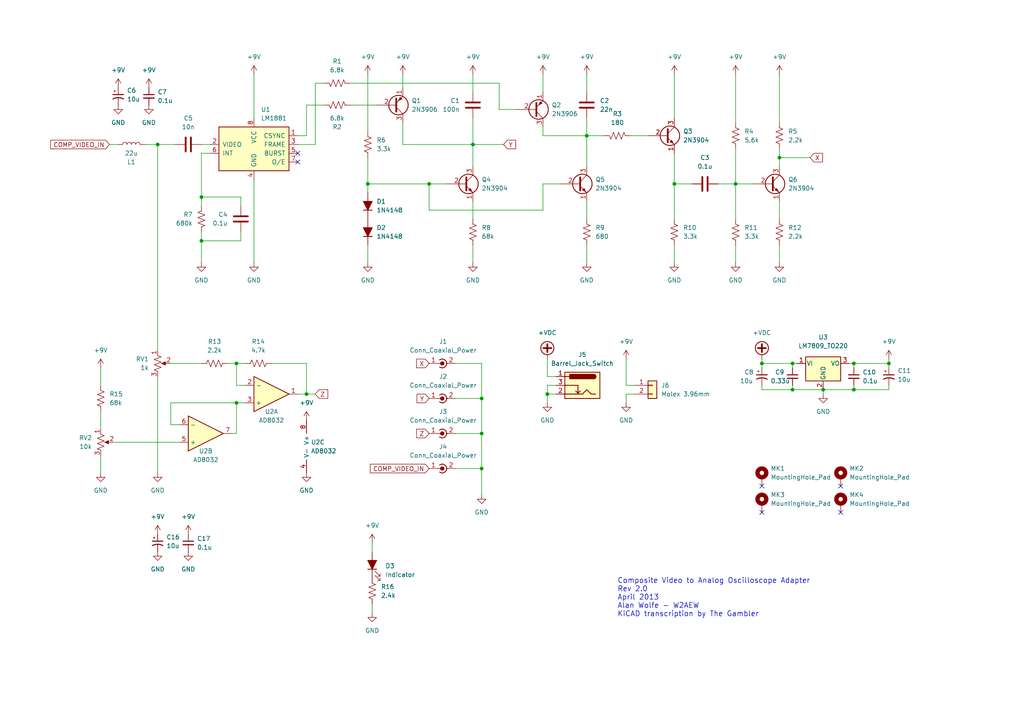
<source format=kicad_sch>
(kicad_sch (version 20211123) (generator eeschema)
  (paper "A4")
  (lib_symbols
    (symbol "Connector:Barrel_Jack_Switch" (pin_names hide)
      (property "Reference" "J" (at 0 5.334 0))
      (property "Value" "Barrel_Jack_Switch" (at 0 -5.08 0))
      (symbol "Barrel_Jack_Switch_0_1"
        (rectangle (start -5.08 3.81) (end 5.08 -3.81) (stroke (width 0.254)) (fill (type background)))
        (arc (start -3.302 3.175) (mid -3.937 2.54) (end -3.302 1.905) (stroke (width 0.254)))
        (arc (start -3.302 3.175) (mid -3.937 2.54) (end -3.302 1.905) (stroke (width 0.254)) (fill (type outline)))
        (polyline (pts (xy 1.27 -2.286) (xy 1.905 -1.651)) (stroke (width 0.254)))
        (polyline (pts (xy 5.08 2.54) (xy 3.81 2.54)) (stroke (width 0.254)))
        (polyline (pts (xy 5.08 0) (xy 1.27 0) (xy 1.27 -2.286) (xy 0.635 -1.651)) (stroke (width 0.254)))
        (polyline (pts (xy -3.81 -2.54) (xy -2.54 -2.54) (xy -1.27 -1.27) (xy 0 -2.54) (xy 2.54 -2.54) (xy 5.08 -2.54)) (stroke (width 0.254)))
        (rectangle (start 3.683 3.175) (end -3.302 1.905) (stroke (width 0.254)) (fill (type outline)))
      )
      (symbol "Barrel_Jack_Switch_1_1"
        (pin passive line (at 7.62 2.54 180) (length 2.54) (name "~") (number "1"))
        (pin passive line (at 7.62 -2.54 180) (length 2.54) (name "~") (number "2"))
        (pin passive line (at 7.62 0 180) (length 2.54) (name "~") (number "3"))
      )
    )
    (symbol "Connector:Conn_Coaxial_Power" (pin_names (offset 1.016) hide)
      (property "Reference" "J" (at -5.08 -1.27 90))
      (property "Value" "Conn_Coaxial_Power" (at -3.175 -1.27 90))
      (symbol "Conn_Coaxial_Power_0_1"
        (arc (start -1.27 -1.27) (mid 0 -2.54) (end 1.27 -1.27) (stroke (width 0.254)))
        (arc (start -1.016 -0.508) (mid -1.2048 -0.8684) (end -1.27 -1.27) (stroke (width 0.254)))
        (circle (center 0 -1.27) (radius 0.508) (stroke (width 0.2032)) (fill (type outline)))
        (polyline (pts (xy 0 -2.54) (xy 0 -3.048)))
        (polyline (pts (xy 0 0) (xy 0 -1.27)))
        (arc (start 1.27 -1.27) (mid 1.2048 -0.8684) (end 1.016 -0.508) (stroke (width 0.254)))
      )
      (symbol "Conn_Coaxial_Power_1_1"
        (pin passive line (at 0 2.54 270) (length 2.54) (name "In") (number "1"))
        (pin passive line (at 0 -5.08 90) (length 2.54) (name "Ext") (number "2"))
      )
    )
    (symbol "Connector_Generic:Conn_01x02" (pin_names (offset 1.016) hide)
      (property "Reference" "J" (at 0 2.54 0))
      (property "Value" "Conn_01x02" (at 0 -5.08 0))
      (symbol "Conn_01x02_1_1"
        (rectangle (start -1.27 -2.413) (end 0 -2.667) (stroke (width 0.1524)))
        (rectangle (start -1.27 0.127) (end 0 -0.127) (stroke (width 0.1524)))
        (rectangle (start -1.27 1.27) (end 1.27 -3.81) (stroke (width 0.254)) (fill (type background)))
        (pin passive line (at -5.08 0 0) (length 3.81) (name "Pin_1") (number "1"))
        (pin passive line (at -5.08 -2.54 0) (length 3.81) (name "Pin_2") (number "2"))
      )
    )
    (symbol "Device:C" (pin_numbers hide) (pin_names (offset 0.254))
      (property "Reference" "C" (at 0.635 2.54 0))
      (property "Value" "C" (at 0.635 -2.54 0))
      (symbol "C_0_1"
        (polyline (pts (xy -2.032 -0.762) (xy 2.032 -0.762)) (stroke (width 0.508)))
        (polyline (pts (xy -2.032 0.762) (xy 2.032 0.762)) (stroke (width 0.508)))
      )
      (symbol "C_1_1"
        (pin passive line (at 0 3.81 270) (length 2.794) (name "~") (number "1"))
        (pin passive line (at 0 -3.81 90) (length 2.794) (name "~") (number "2"))
      )
    )
    (symbol "Device:C_Polarized_Small_US" (pin_numbers hide) (pin_names (offset 0.254) hide)
      (property "Reference" "C" (at 0.254 1.778 0))
      (property "Value" "C_Polarized_Small_US" (at 0.254 -2.032 0))
      (symbol "C_Polarized_Small_US_0_1"
        (polyline (pts (xy -1.524 0.508) (xy 1.524 0.508)) (stroke (width 0.3048)))
        (polyline (pts (xy -1.27 1.524) (xy -0.762 1.524)))
        (polyline (pts (xy -1.016 1.27) (xy -1.016 1.778)))
        (arc (start 1.524 -0.762) (mid 0 -0.3734) (end -1.524 -0.762) (stroke (width 0.3048)))
      )
      (symbol "C_Polarized_Small_US_1_1"
        (pin passive line (at 0 2.54 270) (length 2.032) (name "~") (number "1"))
        (pin passive line (at 0 -2.54 90) (length 2.032) (name "~") (number "2"))
      )
    )
    (symbol "Device:C_Small" (pin_numbers hide) (pin_names (offset 0.254) hide)
      (property "Reference" "C" (at 0.254 1.778 0))
      (property "Value" "C_Small" (at 0.254 -2.032 0))
      (symbol "C_Small_0_1"
        (polyline (pts (xy -1.524 -0.508) (xy 1.524 -0.508)) (stroke (width 0.3302)))
        (polyline (pts (xy -1.524 0.508) (xy 1.524 0.508)) (stroke (width 0.3048)))
      )
      (symbol "C_Small_1_1"
        (pin passive line (at 0 2.54 270) (length 2.032) (name "~") (number "1"))
        (pin passive line (at 0 -2.54 90) (length 2.032) (name "~") (number "2"))
      )
    )
    (symbol "Device:D_Filled" (pin_numbers hide) (pin_names (offset 1.016) hide)
      (property "Reference" "D" (at 0 2.54 0))
      (property "Value" "D_Filled" (at 0 -2.54 0))
      (symbol "D_Filled_0_1"
        (polyline (pts (xy -1.27 1.27) (xy -1.27 -1.27)) (stroke (width 0.254)))
        (polyline (pts (xy 1.27 0) (xy -1.27 0)))
        (polyline (pts (xy 1.27 1.27) (xy 1.27 -1.27) (xy -1.27 0) (xy 1.27 1.27)) (stroke (width 0.254)) (fill (type outline)))
      )
      (symbol "D_Filled_1_1"
        (pin passive line (at -3.81 0 0) (length 2.54) (name "K") (number "1"))
        (pin passive line (at 3.81 0 180) (length 2.54) (name "A") (number "2"))
      )
    )
    (symbol "Device:L" (pin_numbers hide) (pin_names (offset 1.016) hide)
      (property "Reference" "L" (at -1.27 0 90))
      (property "Value" "L" (at 1.905 0 90))
      (symbol "L_0_1"
        (arc (start 0 -2.54) (mid 0.635 -1.905) (end 0 -1.27))
        (arc (start 0 -1.27) (mid 0.635 -0.635) (end 0 0))
        (arc (start 0 0) (mid 0.635 0.635) (end 0 1.27))
        (arc (start 0 1.27) (mid 0.635 1.905) (end 0 2.54))
      )
      (symbol "L_1_1"
        (pin passive line (at 0 3.81 270) (length 1.27) (name "1") (number "1"))
        (pin passive line (at 0 -3.81 90) (length 1.27) (name "2") (number "2"))
      )
    )
    (symbol "Device:LED_Filled" (pin_numbers hide) (pin_names (offset 1.016) hide)
      (property "Reference" "D" (at 0 2.54 0))
      (property "Value" "LED_Filled" (at 0 -2.54 0))
      (symbol "LED_Filled_0_1"
        (polyline (pts (xy -1.27 -1.27) (xy -1.27 1.27)) (stroke (width 0.254)))
        (polyline (pts (xy -1.27 0) (xy 1.27 0)))
        (polyline (pts (xy 1.27 -1.27) (xy 1.27 1.27) (xy -1.27 0) (xy 1.27 -1.27)) (stroke (width 0.254)) (fill (type outline)))
        (polyline (pts (xy -3.048 -0.762) (xy -4.572 -2.286) (xy -3.81 -2.286) (xy -4.572 -2.286) (xy -4.572 -1.524)))
        (polyline (pts (xy -1.778 -0.762) (xy -3.302 -2.286) (xy -2.54 -2.286) (xy -3.302 -2.286) (xy -3.302 -1.524)))
      )
      (symbol "LED_Filled_1_1"
        (pin passive line (at -3.81 0 0) (length 2.54) (name "K") (number "1"))
        (pin passive line (at 3.81 0 180) (length 2.54) (name "A") (number "2"))
      )
    )
    (symbol "Device:Opamp_Dual"
      (property "Reference" "U" (at 0 5.08 0))
      (property "Value" "Opamp_Dual" (at 0 -5.08 0))
      (symbol "Opamp_Dual_1_1"
        (polyline (pts (xy -5.08 5.08) (xy 5.08 0) (xy -5.08 -5.08) (xy -5.08 5.08)) (stroke (width 0.254)) (fill (type background)))
        (pin output line (at 7.62 0 180) (length 2.54) (name "~") (number "1"))
        (pin input line (at -7.62 -2.54 0) (length 2.54) (name "-") (number "2"))
        (pin input line (at -7.62 2.54 0) (length 2.54) (name "+") (number "3"))
      )
      (symbol "Opamp_Dual_2_1"
        (polyline (pts (xy -5.08 5.08) (xy 5.08 0) (xy -5.08 -5.08) (xy -5.08 5.08)) (stroke (width 0.254)) (fill (type background)))
        (pin input line (at -7.62 2.54 0) (length 2.54) (name "+") (number "5"))
        (pin input line (at -7.62 -2.54 0) (length 2.54) (name "-") (number "6"))
        (pin output line (at 7.62 0 180) (length 2.54) (name "~") (number "7"))
      )
      (symbol "Opamp_Dual_3_1"
        (pin power_in line (at -2.54 -7.62 90) (length 3.81) (name "V-") (number "4"))
        (pin power_in line (at -2.54 7.62 270) (length 3.81) (name "V+") (number "8"))
      )
    )
    (symbol "Device:R_Potentiometer_US" (pin_names (offset 1.016) hide)
      (property "Reference" "RV" (at -4.445 0 90))
      (property "Value" "R_Potentiometer_US" (at -2.54 0 90))
      (symbol "R_Potentiometer_US_0_1"
        (polyline (pts (xy 0 -2.286) (xy 0 -2.54)))
        (polyline (pts (xy 0 2.54) (xy 0 2.286)))
        (polyline (pts (xy 2.54 0) (xy 1.524 0)))
        (polyline (pts (xy 1.143 0) (xy 2.286 0.508) (xy 2.286 -0.508) (xy 1.143 0)) (fill (type outline)))
        (polyline (pts (xy 0 -0.762) (xy 1.016 -1.143) (xy 0 -1.524) (xy -1.016 -1.905) (xy 0 -2.286)))
        (polyline (pts (xy 0 0.762) (xy 1.016 0.381) (xy 0 0) (xy -1.016 -0.381) (xy 0 -0.762)))
        (polyline (pts (xy 0 2.286) (xy 1.016 1.905) (xy 0 1.524) (xy -1.016 1.143) (xy 0 0.762)))
      )
      (symbol "R_Potentiometer_US_1_1"
        (pin passive line (at 0 3.81 270) (length 1.27) (name "1") (number "1"))
        (pin passive line (at 3.81 0 180) (length 1.27) (name "2") (number "2"))
        (pin passive line (at 0 -3.81 90) (length 1.27) (name "3") (number "3"))
      )
    )
    (symbol "Device:R_US" (pin_numbers hide) (pin_names (offset 0))
      (property "Reference" "R" (at 2.54 0 90))
      (property "Value" "R_US" (at -2.54 0 90))
      (symbol "R_US_0_1"
        (polyline (pts (xy 0 -2.286) (xy 0 -2.54)))
        (polyline (pts (xy 0 2.286) (xy 0 2.54)))
        (polyline (pts (xy 0 -0.762) (xy 1.016 -1.143) (xy 0 -1.524) (xy -1.016 -1.905) (xy 0 -2.286)))
        (polyline (pts (xy 0 0.762) (xy 1.016 0.381) (xy 0 0) (xy -1.016 -0.381) (xy 0 -0.762)))
        (polyline (pts (xy 0 2.286) (xy 1.016 1.905) (xy 0 1.524) (xy -1.016 1.143) (xy 0 0.762)))
      )
      (symbol "R_US_1_1"
        (pin passive line (at 0 3.81 270) (length 1.27) (name "~") (number "1"))
        (pin passive line (at 0 -3.81 90) (length 1.27) (name "~") (number "2"))
      )
    )
    (symbol "Mechanical:MountingHole_Pad" (pin_numbers hide) (pin_names (offset 1.016) hide)
      (property "Reference" "H" (at 0 6.35 0))
      (property "Value" "MountingHole_Pad" (at 0 4.445 0))
      (symbol "MountingHole_Pad_0_1"
        (circle (center 0 1.27) (radius 1.27) (stroke (width 1.27)))
      )
      (symbol "MountingHole_Pad_1_1"
        (pin input line (at 0 -2.54 90) (length 2.54) (name "1") (number "1"))
      )
    )
    (symbol "Regulator_Linear:LM7809_TO220" (pin_names (offset 0.254))
      (property "Reference" "U" (at -3.81 3.175 0))
      (property "Value" "LM7809_TO220" (at 0 3.175 0))
      (symbol "LM7809_TO220_0_1"
        (rectangle (start -5.08 1.905) (end 5.08 -5.08) (stroke (width 0.254)) (fill (type background)))
      )
      (symbol "LM7809_TO220_1_1"
        (pin power_in line (at -7.62 0 0) (length 2.54) (name "VI") (number "1"))
        (pin power_in line (at 0 -7.62 90) (length 2.54) (name "GND") (number "2"))
        (pin power_out line (at 7.62 0 180) (length 2.54) (name "VO") (number "3"))
      )
    )
    (symbol "Transistor_BJT:2N3904" (pin_names (offset 0) hide)
      (property "Reference" "Q" (at 5.08 1.905 0))
      (property "Value" "2N3904" (at 5.08 0 0))
      (symbol "2N3904_0_1"
        (polyline (pts (xy 0.635 0.635) (xy 2.54 2.54)))
        (polyline (pts (xy 0.635 -0.635) (xy 2.54 -2.54) (xy 2.54 -2.54)))
        (polyline (pts (xy 0.635 1.905) (xy 0.635 -1.905) (xy 0.635 -1.905)) (stroke (width 0.508)))
        (polyline (pts (xy 1.27 -1.778) (xy 1.778 -1.27) (xy 2.286 -2.286) (xy 1.27 -1.778) (xy 1.27 -1.778)) (fill (type outline)))
        (circle (center 1.27 0) (radius 2.8194) (stroke (width 0.254)))
      )
      (symbol "2N3904_1_1"
        (pin passive line (at 2.54 -5.08 90) (length 2.54) (name "E") (number "1"))
        (pin passive line (at -5.08 0 0) (length 5.715) (name "B") (number "2"))
        (pin passive line (at 2.54 5.08 270) (length 2.54) (name "C") (number "3"))
      )
    )
    (symbol "Transistor_BJT:2N3906" (pin_names (offset 0) hide)
      (property "Reference" "Q" (at 5.08 1.905 0))
      (property "Value" "2N3906" (at 5.08 0 0))
      (symbol "2N3906_0_1"
        (polyline (pts (xy 0.635 0.635) (xy 2.54 2.54)))
        (polyline (pts (xy 0.635 -0.635) (xy 2.54 -2.54) (xy 2.54 -2.54)))
        (polyline (pts (xy 0.635 1.905) (xy 0.635 -1.905) (xy 0.635 -1.905)) (stroke (width 0.508)))
        (polyline (pts (xy 2.286 -1.778) (xy 1.778 -2.286) (xy 1.27 -1.27) (xy 2.286 -1.778) (xy 2.286 -1.778)) (fill (type outline)))
        (circle (center 1.27 0) (radius 2.8194) (stroke (width 0.254)))
      )
      (symbol "2N3906_1_1"
        (pin passive line (at 2.54 -5.08 90) (length 2.54) (name "E") (number "1"))
        (pin input line (at -5.08 0 0) (length 5.715) (name "B") (number "2"))
        (pin passive line (at 2.54 5.08 270) (length 2.54) (name "C") (number "3"))
      )
    )
    (symbol "Video:LM1881" (pin_names (offset 1.016))
      (property "Reference" "U" (at -8.89 8.89 0))
      (property "Value" "LM1881" (at 6.35 8.89 0))
      (symbol "LM1881_0_1"
        (rectangle (start -10.16 7.62) (end 10.16 -5.08) (stroke (width 0.254)) (fill (type background)))
      )
      (symbol "LM1881_1_1"
        (pin output line (at 12.7 5.08 180) (length 2.54) (name "CSYNC") (number "1"))
        (pin input line (at -12.7 2.54 0) (length 2.54) (name "VIDEO") (number "2"))
        (pin output line (at 12.7 2.54 180) (length 2.54) (name "FRAME") (number "3"))
        (pin power_in line (at 0 -7.62 90) (length 2.54) (name "GND") (number "4"))
        (pin output line (at 12.7 0 180) (length 2.54) (name "BURST") (number "5"))
        (pin input line (at -12.7 0 0) (length 2.54) (name "INT") (number "6"))
        (pin output line (at 12.7 -2.54 180) (length 2.54) (name "O/E") (number "7"))
        (pin power_in line (at 0 10.16 270) (length 2.54) (name "VCC") (number "8"))
      )
    )
    (symbol "power:+9V" (power) (pin_names (offset 0))
      (property "Value" "+9V" (at 0 3.556 0))
      (symbol "+9V_0_1"
        (polyline (pts (xy -0.762 1.27) (xy 0 2.54)))
        (polyline (pts (xy 0 0) (xy 0 2.54)))
        (polyline (pts (xy 0 2.54) (xy 0.762 1.27)))
      )
      (symbol "+9V_1_1"
        (pin power_in line (at 0 0 90) (length 0) hide (name "+9V") (number "1"))
      )
    )
    (symbol "power:+VDC" (power) (pin_names (offset 0))
      (property "Value" "+VDC" (at 0 6.35 0))
      (symbol "+VDC_0_1"
        (polyline (pts (xy -1.143 3.175) (xy 1.143 3.175)) (stroke (width 0.508)))
        (polyline (pts (xy 0 0) (xy 0 1.27)))
        (polyline (pts (xy 0 2.032) (xy 0 4.318)) (stroke (width 0.508)))
        (circle (center 0 3.175) (radius 1.905) (stroke (width 0.254)))
      )
      (symbol "+VDC_1_1"
        (pin power_in line (at 0 0 90) (length 0) hide (name "+VDC") (number "1"))
      )
    )
    (symbol "power:GND" (power) (pin_names (offset 0))
      (property "Value" "GND" (at 0 -3.81 0))
      (symbol "GND_0_1"
        (polyline (pts (xy 0 0) (xy 0 -1.27) (xy 1.27 -1.27) (xy 0 -2.54) (xy -1.27 -1.27) (xy 0 -1.27)))
      )
      (symbol "GND_1_1"
        (pin power_in line (at 0 0 270) (length 0) hide (name "GND") (number "1"))
      )
    )
  )
  (junction (at 238.76 113.03))
  (junction (at 229.87 105.41))
  (junction (at 139.7 125.73))
  (junction (at 158.75 114.3))
  (junction (at 58.42 69.85))
  (junction (at 88.9 114.3))
  (junction (at 247.65 113.03))
  (junction (at 195.58 53.34))
  (junction (at 68.58 105.41))
  (junction (at 229.87 113.03))
  (junction (at 106.68 53.34))
  (junction (at 257.81 105.41))
  (junction (at 68.58 116.84))
  (junction (at 247.65 105.41))
  (junction (at 58.42 57.15))
  (junction (at 213.36 53.34))
  (junction (at 139.7 115.57))
  (junction (at 226.06 45.72))
  (junction (at 137.16 41.91))
  (junction (at 45.72 41.91))
  (junction (at 139.7 135.89))
  (junction (at 124.46 53.34))
  (junction (at 220.98 105.41))
  (junction (at 170.18 39.37))
  (no_connect (at 86.36 46.99))
  (no_connect (at 86.36 44.45))
  (no_connect (at 243.84 148.59))
  (no_connect (at 220.98 148.59))
  (no_connect (at 220.98 140.97))
  (no_connect (at 243.84 140.97))
  (wire (pts (xy 86.36 39.37) (xy 88.9 39.37)))
  (wire (pts (xy 195.58 53.34) (xy 195.58 63.5)))
  (wire (pts (xy 66.04 105.41) (xy 68.58 105.41)))
  (wire (pts (xy 170.18 21.59) (xy 170.18 26.67)))
  (wire (pts (xy 101.6 24.13) (xy 144.78 24.13)))
  (wire (pts (xy 246.38 105.41) (xy 247.65 105.41)))
  (wire (pts (xy 182.88 39.37) (xy 187.96 39.37)))
  (wire (pts (xy 132.08 105.41) (xy 139.7 105.41)))
  (wire (pts (xy 107.95 157.48) (xy 107.95 160.02)))
  (wire (pts (xy 29.21 119.38) (xy 29.21 124.46)))
  (wire (pts (xy 238.76 113.03) (xy 238.76 114.3)))
  (wire (pts (xy 226.06 71.12) (xy 226.06 76.2)))
  (wire (pts (xy 137.16 41.91) (xy 137.16 48.26)))
  (wire (pts (xy 158.75 109.22) (xy 161.29 109.22)))
  (wire (pts (xy 158.75 104.14) (xy 158.75 109.22)))
  (wire (pts (xy 139.7 125.73) (xy 139.7 135.89)))
  (wire (pts (xy 195.58 71.12) (xy 195.58 76.2)))
  (wire (pts (xy 181.61 104.14) (xy 181.61 111.76)))
  (wire (pts (xy 86.36 41.91) (xy 91.44 41.91)))
  (wire (pts (xy 170.18 34.29) (xy 170.18 39.37)))
  (wire (pts (xy 88.9 114.3) (xy 86.36 114.3)))
  (wire (pts (xy 144.78 31.75) (xy 144.78 24.13)))
  (wire (pts (xy 132.08 135.89) (xy 139.7 135.89)))
  (wire (pts (xy 238.76 113.03) (xy 247.65 113.03)))
  (wire (pts (xy 226.06 45.72) (xy 234.95 45.72)))
  (wire (pts (xy 137.16 71.12) (xy 137.16 76.2)))
  (wire (pts (xy 132.08 115.57) (xy 139.7 115.57)))
  (wire (pts (xy 69.85 67.31) (xy 69.85 69.85)))
  (wire (pts (xy 170.18 71.12) (xy 170.18 76.2)))
  (wire (pts (xy 69.85 69.85) (xy 58.42 69.85)))
  (wire (pts (xy 58.42 69.85) (xy 58.42 76.2)))
  (wire (pts (xy 213.36 53.34) (xy 213.36 63.5)))
  (wire (pts (xy 139.7 115.57) (xy 139.7 125.73)))
  (wire (pts (xy 226.06 43.18) (xy 226.06 45.72)))
  (wire (pts (xy 229.87 105.41) (xy 229.87 106.68)))
  (wire (pts (xy 69.85 57.15) (xy 58.42 57.15)))
  (wire (pts (xy 181.61 111.76) (xy 184.15 111.76)))
  (wire (pts (xy 195.58 21.59) (xy 195.58 34.29)))
  (wire (pts (xy 132.08 125.73) (xy 139.7 125.73)))
  (wire (pts (xy 116.84 41.91) (xy 137.16 41.91)))
  (wire (pts (xy 101.6 30.48) (xy 109.22 30.48)))
  (wire (pts (xy 41.91 41.91) (xy 45.72 41.91)))
  (wire (pts (xy 157.48 36.83) (xy 157.48 39.37)))
  (wire (pts (xy 106.68 21.59) (xy 106.68 38.1)))
  (wire (pts (xy 71.12 111.76) (xy 68.58 111.76)))
  (wire (pts (xy 45.72 41.91) (xy 45.72 101.6)))
  (wire (pts (xy 213.36 71.12) (xy 213.36 76.2)))
  (wire (pts (xy 31.75 41.91) (xy 34.29 41.91)))
  (wire (pts (xy 49.53 123.19) (xy 49.53 116.84)))
  (wire (pts (xy 247.65 105.41) (xy 257.81 105.41)))
  (wire (pts (xy 29.21 132.08) (xy 29.21 137.16)))
  (wire (pts (xy 106.68 45.72) (xy 106.68 53.34)))
  (wire (pts (xy 107.95 175.26) (xy 107.95 177.8)))
  (wire (pts (xy 45.72 41.91) (xy 50.8 41.91)))
  (wire (pts (xy 213.36 43.18) (xy 213.36 53.34)))
  (wire (pts (xy 213.36 53.34) (xy 218.44 53.34)))
  (wire (pts (xy 257.81 105.41) (xy 257.81 106.68)))
  (wire (pts (xy 220.98 104.14) (xy 220.98 105.41)))
  (wire (pts (xy 229.87 111.76) (xy 229.87 113.03)))
  (wire (pts (xy 157.48 53.34) (xy 157.48 60.96)))
  (wire (pts (xy 88.9 105.41) (xy 88.9 114.3)))
  (wire (pts (xy 226.06 58.42) (xy 226.06 63.5)))
  (wire (pts (xy 91.44 24.13) (xy 93.98 24.13)))
  (wire (pts (xy 162.56 53.34) (xy 157.48 53.34)))
  (wire (pts (xy 33.02 128.27) (xy 52.07 128.27)))
  (wire (pts (xy 213.36 21.59) (xy 213.36 35.56)))
  (wire (pts (xy 247.65 111.76) (xy 247.65 113.03)))
  (wire (pts (xy 139.7 105.41) (xy 139.7 115.57)))
  (wire (pts (xy 157.48 21.59) (xy 157.48 26.67)))
  (wire (pts (xy 195.58 44.45) (xy 195.58 53.34)))
  (wire (pts (xy 137.16 41.91) (xy 146.05 41.91)))
  (wire (pts (xy 106.68 53.34) (xy 124.46 53.34)))
  (wire (pts (xy 158.75 114.3) (xy 158.75 116.84)))
  (wire (pts (xy 91.44 41.91) (xy 91.44 24.13)))
  (wire (pts (xy 170.18 39.37) (xy 170.18 48.26)))
  (wire (pts (xy 124.46 53.34) (xy 129.54 53.34)))
  (wire (pts (xy 68.58 125.73) (xy 67.31 125.73)))
  (wire (pts (xy 73.66 52.07) (xy 73.66 76.2)))
  (wire (pts (xy 139.7 135.89) (xy 139.7 143.51)))
  (wire (pts (xy 229.87 113.03) (xy 238.76 113.03)))
  (wire (pts (xy 181.61 114.3) (xy 181.61 116.84)))
  (wire (pts (xy 161.29 114.3) (xy 158.75 114.3)))
  (wire (pts (xy 29.21 106.68) (xy 29.21 111.76)))
  (wire (pts (xy 106.68 71.12) (xy 106.68 76.2)))
  (wire (pts (xy 149.86 31.75) (xy 144.78 31.75)))
  (wire (pts (xy 208.28 53.34) (xy 213.36 53.34)))
  (wire (pts (xy 60.96 44.45) (xy 58.42 44.45)))
  (wire (pts (xy 52.07 123.19) (xy 49.53 123.19)))
  (wire (pts (xy 184.15 114.3) (xy 181.61 114.3)))
  (wire (pts (xy 161.29 111.76) (xy 158.75 111.76)))
  (wire (pts (xy 220.98 111.76) (xy 220.98 113.03)))
  (wire (pts (xy 58.42 57.15) (xy 58.42 59.69)))
  (wire (pts (xy 71.12 116.84) (xy 68.58 116.84)))
  (wire (pts (xy 247.65 113.03) (xy 257.81 113.03)))
  (wire (pts (xy 58.42 67.31) (xy 58.42 69.85)))
  (wire (pts (xy 195.58 53.34) (xy 200.66 53.34)))
  (wire (pts (xy 49.53 116.84) (xy 68.58 116.84)))
  (wire (pts (xy 88.9 39.37) (xy 88.9 30.48)))
  (wire (pts (xy 137.16 34.29) (xy 137.16 41.91)))
  (wire (pts (xy 73.66 21.59) (xy 73.66 34.29)))
  (wire (pts (xy 68.58 116.84) (xy 68.58 125.73)))
  (wire (pts (xy 68.58 105.41) (xy 71.12 105.41)))
  (wire (pts (xy 49.53 105.41) (xy 58.42 105.41)))
  (wire (pts (xy 68.58 105.41) (xy 68.58 111.76)))
  (wire (pts (xy 170.18 39.37) (xy 175.26 39.37)))
  (wire (pts (xy 226.06 45.72) (xy 226.06 48.26)))
  (wire (pts (xy 220.98 105.41) (xy 229.87 105.41)))
  (wire (pts (xy 45.72 109.22) (xy 45.72 137.16)))
  (wire (pts (xy 124.46 60.96) (xy 124.46 53.34)))
  (wire (pts (xy 137.16 21.59) (xy 137.16 26.67)))
  (wire (pts (xy 58.42 41.91) (xy 60.96 41.91)))
  (wire (pts (xy 78.74 105.41) (xy 88.9 105.41)))
  (wire (pts (xy 257.81 111.76) (xy 257.81 113.03)))
  (wire (pts (xy 229.87 105.41) (xy 231.14 105.41)))
  (wire (pts (xy 137.16 58.42) (xy 137.16 63.5)))
  (wire (pts (xy 247.65 105.41) (xy 247.65 106.68)))
  (wire (pts (xy 157.48 60.96) (xy 124.46 60.96)))
  (wire (pts (xy 257.81 105.41) (xy 257.81 104.14)))
  (wire (pts (xy 69.85 59.69) (xy 69.85 57.15)))
  (wire (pts (xy 158.75 111.76) (xy 158.75 114.3)))
  (wire (pts (xy 157.48 39.37) (xy 170.18 39.37)))
  (wire (pts (xy 220.98 113.03) (xy 229.87 113.03)))
  (wire (pts (xy 58.42 44.45) (xy 58.42 57.15)))
  (wire (pts (xy 106.68 53.34) (xy 106.68 55.88)))
  (wire (pts (xy 88.9 114.3) (xy 91.44 114.3)))
  (wire (pts (xy 116.84 35.56) (xy 116.84 41.91)))
  (wire (pts (xy 170.18 58.42) (xy 170.18 63.5)))
  (wire (pts (xy 88.9 30.48) (xy 93.98 30.48)))
  (wire (pts (xy 220.98 105.41) (xy 220.98 106.68)))
  (wire (pts (xy 116.84 21.59) (xy 116.84 25.4)))
  (wire (pts (xy 226.06 21.59) (xy 226.06 35.56)))
  (text "Composite Video to Analog Oscilloscope Adapter\nRev 2.0\nApril 2013\nAlan Wolfe - W2AEW\nKiCAD transcription by The Gambler" (at 179.07 179.07 0) (effects (font (size 1.5 1.5)) (justify left bottom)))
  (global_label "X" (shape input) (at 234.95 45.72 0) (property "Intersheet References" "${INTERSHEET_REFS}" (effects hide)))
  (global_label "COMP_VIDEO_IN" (shape input) (at 124.46 135.89 180) (property "Intersheet References" "${INTERSHEET_REFS}" (effects hide)))
  (global_label "Y" (shape input) (at 146.05 41.91 0) (property "Intersheet References" "${INTERSHEET_REFS}" (effects hide)))
  (global_label "COMP_VIDEO_IN" (shape input) (at 31.75 41.91 180) (property "Intersheet References" "${INTERSHEET_REFS}" (effects hide)))
  (global_label "Y" (shape input) (at 124.46 115.57 180) (property "Intersheet References" "${INTERSHEET_REFS}" (effects hide)))
  (global_label "Z" (shape input) (at 91.44 114.3 0) (property "Intersheet References" "${INTERSHEET_REFS}" (effects hide)))
  (global_label "X" (shape input) (at 124.46 105.41 180) (property "Intersheet References" "${INTERSHEET_REFS}" (effects hide)))
  (global_label "Z" (shape input) (at 124.46 125.73 180) (property "Intersheet References" "${INTERSHEET_REFS}" (effects hide)))
  (symbol (lib_id "power:+9V") (at 116.84 21.59 0) (unit 1)
    (property "Reference" "#PWR0104" (effects hide))
    (property "Value" "+9V" (at 116.84 16.51 0))
  )
  (symbol (lib_id "power:+9V") (at 29.21 106.68 0) (unit 1)
    (property "Reference" "#PWR0108" (effects hide))
    (property "Value" "+9V" (at 29.21 101.6 0))
  )
  (symbol (lib_id "power:GND") (at 73.66 76.2 0) (unit 1)
    (property "Reference" "#PWR0122" (effects hide))
    (property "Value" "GND" (at 73.66 81.28 0))
  )
  (symbol (lib_id "Device:C_Polarized_Small_US") (at 45.72 157.48 0) (unit 1)
    (property "Reference" "C16" (at 48.26 155.7781 0) (effects (justify left)))
    (property "Value" "10u" (at 48.26 158.3181 0) (effects (justify left)))
    (property "Footprint" "Capacitor_THT:CP_Radial_D8.0mm_P3.50mm" (effects hide))
  )
  (symbol (lib_id "power:GND") (at 181.61 116.84 0) (unit 1)
    (property "Reference" "#PWR0124" (effects hide))
    (property "Value" "GND" (at 181.61 121.92 0))
  )
  (symbol (lib_id "power:+9V") (at 54.61 154.94 0) (unit 1)
    (property "Reference" "#PWR018" (effects hide))
    (property "Value" "+9V" (at 54.61 149.86 0))
  )
  (symbol (lib_id "Device:R_US") (at 97.79 30.48 90) (mirror x) (unit 1)
    (property "Reference" "R2" (at 97.79 36.83 90))
    (property "Value" "6.8k" (at 97.79 34.29 90))
    (property "Footprint" "Resistor_THT:R_Axial_DIN0207_L6.3mm_D2.5mm_P10.16mm_Horizontal" (effects hide))
  )
  (symbol (lib_id "Device:C") (at 69.85 63.5 0) (mirror x) (unit 1)
    (property "Reference" "C4" (at 66.04 62.2299 0) (effects (justify right)))
    (property "Value" "0.1u" (at 66.04 64.7699 0) (effects (justify right)))
    (property "Footprint" "Capacitor_THT:C_Disc_D7.5mm_W2.5mm_P5.00mm" (effects hide))
  )
  (symbol (lib_id "power:GND") (at 29.21 137.16 0) (unit 1)
    (property "Reference" "#PWR0109" (effects hide))
    (property "Value" "GND" (at 29.21 142.24 0))
  )
  (symbol (lib_id "power:GND") (at 45.72 137.16 0) (unit 1)
    (property "Reference" "#PWR0110" (effects hide))
    (property "Value" "GND" (at 45.72 142.24 0))
  )
  (symbol (lib_id "power:+9V") (at 107.95 157.48 0) (unit 1)
    (property "Reference" "#PWR0127" (effects hide))
    (property "Value" "+9V" (at 107.95 152.4 0))
  )
  (symbol (lib_id "Device:L") (at 38.1 41.91 90) (unit 1)
    (property "Reference" "L1" (at 38.1 46.99 90))
    (property "Value" "22u" (at 38.1 44.45 90))
    (property "Footprint" "Inductor_THT:L_Axial_L11.0mm_D4.5mm_P15.24mm_Horizontal_Fastron_MECC" (effects hide))
  )
  (symbol (lib_id "power:+9V") (at 181.61 104.14 0) (unit 1)
    (property "Reference" "#PWR0125" (effects hide))
    (property "Value" "+9V" (at 181.61 99.06 0))
  )
  (symbol (lib_id "Device:R_US") (at 213.36 67.31 0) (unit 1)
    (property "Reference" "R11" (at 215.9 66.0399 0) (effects (justify left)))
    (property "Value" "3.3k" (at 215.9 68.5799 0) (effects (justify left)))
    (property "Footprint" "Resistor_THT:R_Axial_DIN0207_L6.3mm_D2.5mm_P10.16mm_Horizontal" (effects hide))
  )
  (symbol (lib_id "Connector_Generic:Conn_01x02") (at 189.23 111.76 0) (unit 1)
    (property "Reference" "J6" (at 191.77 111.7599 0) (effects (justify left)))
    (property "Value" "Molex 3.96mm" (at 191.77 114.2999 0) (effects (justify left)))
    (property "Footprint" "Connector_BarrelJack:BarrelJack_CUI_PJ-063AH_Horizontal" (effects hide))
  )
  (symbol (lib_id "Device:C") (at 170.18 30.48 180) (unit 1)
    (property "Reference" "C2" (at 173.99 29.2099 0) (effects (justify right)))
    (property "Value" "22n" (at 173.99 31.7499 0) (effects (justify right)))
    (property "Footprint" "Capacitor_THT:C_Disc_D7.5mm_W2.5mm_P5.00mm" (effects hide))
  )
  (symbol (lib_id "power:+VDC") (at 220.98 104.14 0) (unit 1)
    (property "Reference" "#PWR06" (effects hide))
    (property "Value" "+VDC" (at 220.98 96.52 0))
  )
  (symbol (lib_id "power:GND") (at 45.72 160.02 0) (unit 1)
    (property "Reference" "#PWR019" (effects hide))
    (property "Value" "GND" (at 45.72 165.1 0))
  )
  (symbol (lib_id "Device:R_US") (at 195.58 67.31 0) (unit 1)
    (property "Reference" "R10" (at 198.12 66.0399 0) (effects (justify left)))
    (property "Value" "3.3k" (at 198.12 68.5799 0) (effects (justify left)))
    (property "Footprint" "Resistor_THT:R_Axial_DIN0207_L6.3mm_D2.5mm_P10.16mm_Horizontal" (effects hide))
  )
  (symbol (lib_id "power:+9V") (at 73.66 21.59 0) (unit 1)
    (property "Reference" "#PWR0101" (effects hide))
    (property "Value" "+9V" (at 73.66 16.51 0))
  )
  (symbol (lib_id "power:GND") (at 88.9 137.16 0) (unit 1)
    (property "Reference" "#PWR0111" (effects hide))
    (property "Value" "GND" (at 88.9 142.24 0))
  )
  (symbol (lib_id "Regulator_Linear:LM7809_TO220") (at 238.76 105.41 0) (unit 1)
    (property "Reference" "U3" (at 238.76 97.79 0))
    (property "Value" "LM7809_TO220" (at 238.76 100.33 0))
    (property "Footprint" "Package_TO_SOT_THT:TO-220-3_Vertical" (effects hide))
    (property "Datasheet" "https://www.onsemi.cn/PowerSolutions/document/MC7800-D.PDF" (effects hide))
  )
  (symbol (lib_id "power:+9V") (at 88.9 121.92 0) (unit 1)
    (property "Reference" "#PWR0112" (effects hide))
    (property "Value" "+9V" (at 88.9 116.84 0))
  )
  (symbol (lib_id "Mechanical:MountingHole_Pad") (at 243.84 138.43 0) (unit 1)
    (property "Reference" "MK2" (at 246.38 135.8899 0) (effects (justify left)))
    (property "Value" "MountingHole_Pad" (at 246.38 138.4299 0) (effects (justify left)))
    (property "Footprint" "Mounting_Holes:MountingHole_3.2mm_M3_ISO7380" (effects hide))
  )
  (symbol (lib_id "Device:C") (at 204.47 53.34 90) (unit 1)
    (property "Reference" "C3" (at 204.47 45.72 90))
    (property "Value" "0.1u" (at 204.47 48.26 90))
    (property "Footprint" "Capacitor_THT:C_Disc_D7.5mm_W2.5mm_P5.00mm" (effects hide))
  )
  (symbol (lib_id "power:GND") (at 107.95 177.8 0) (unit 1)
    (property "Reference" "#PWR0126" (effects hide))
    (property "Value" "GND" (at 107.95 182.88 0))
  )
  (symbol (lib_id "Device:C_Small") (at 54.61 157.48 0) (unit 1)
    (property "Reference" "C17" (at 57.15 156.2162 0) (effects (justify left)))
    (property "Value" "0.1u" (at 57.15 158.7562 0) (effects (justify left)))
    (property "Footprint" "Capacitor_THT:C_Disc_D7.5mm_W2.5mm_P5.00mm" (effects hide))
  )
  (symbol (lib_id "Transistor_BJT:2N3906") (at 154.94 31.75 0) (mirror x) (unit 1)
    (property "Reference" "Q2" (at 160.02 30.4799 0) (effects (justify left)))
    (property "Value" "2N3906" (at 160.02 33.0199 0) (effects (justify left)))
    (property "Footprint" "Package_TO_SOT_THT:TO-92_Inline" (effects hide))
    (property "Datasheet" "https://www.onsemi.com/pub/Collateral/2N3906-D.PDF" (effects hide))
  )
  (symbol (lib_id "Device:R_US") (at 58.42 63.5 0) (mirror x) (unit 1)
    (property "Reference" "R7" (at 55.88 62.2299 0) (effects (justify right)))
    (property "Value" "680k" (at 55.88 64.7699 0) (effects (justify right)))
    (property "Footprint" "Resistor_THT:R_Axial_DIN0207_L6.3mm_D2.5mm_P10.16mm_Horizontal" (effects hide))
  )
  (symbol (lib_id "Device:R_US") (at 107.95 171.45 0) (unit 1)
    (property "Reference" "R16" (at 110.49 170.1799 0) (effects (justify left)))
    (property "Value" "2.4k" (at 110.49 172.7199 0) (effects (justify left)))
    (property "Footprint" "Resistor_THT:R_Axial_DIN0207_L6.3mm_D2.5mm_P10.16mm_Horizontal" (effects hide))
  )
  (symbol (lib_id "Device:R_US") (at 97.79 24.13 270) (mirror x) (unit 1)
    (property "Reference" "R1" (at 97.79 17.78 90))
    (property "Value" "6.8k" (at 97.79 20.32 90))
    (property "Footprint" "Resistor_THT:R_Axial_DIN0207_L6.3mm_D2.5mm_P10.16mm_Horizontal" (effects hide))
  )
  (symbol (lib_id "power:GND") (at 106.68 76.2 0) (unit 1)
    (property "Reference" "#PWR0107" (effects hide))
    (property "Value" "GND" (at 106.68 81.28 0))
  )
  (symbol (lib_id "Mechanical:MountingHole_Pad") (at 220.98 146.05 0) (unit 1)
    (property "Reference" "MK3" (at 223.52 143.5099 0) (effects (justify left)))
    (property "Value" "MountingHole_Pad" (at 223.52 146.0499 0) (effects (justify left)))
    (property "Footprint" "Mounting_Holes:MountingHole_3.2mm_M3_ISO7380" (effects hide))
  )
  (symbol (lib_id "Device:R_US") (at 179.07 39.37 270) (mirror x) (unit 1)
    (property "Reference" "R3" (at 179.07 33.02 90))
    (property "Value" "180" (at 179.07 35.56 90))
    (property "Footprint" "Resistor_THT:R_Axial_DIN0207_L6.3mm_D2.5mm_P10.16mm_Horizontal" (effects hide))
  )
  (symbol (lib_id "power:+9V") (at 106.68 21.59 0) (unit 1)
    (property "Reference" "#PWR0105" (effects hide))
    (property "Value" "+9V" (at 106.68 16.51 0))
  )
  (symbol (lib_id "Device:R_Potentiometer_US") (at 45.72 105.41 0) (unit 1)
    (property "Reference" "RV1" (at 43.18 104.1399 0) (effects (justify right)))
    (property "Value" "1k" (at 43.18 106.6799 0) (effects (justify right)))
    (property "Footprint" "Potentiometer_THT:Potentiometer_Piher_PC-16_Single_Vertical" (effects hide))
  )
  (symbol (lib_id "power:GND") (at 54.61 160.02 0) (unit 1)
    (property "Reference" "#PWR020" (effects hide))
    (property "Value" "GND" (at 54.61 165.1 0))
  )
  (symbol (lib_id "Device:C_Small") (at 43.18 27.94 0) (unit 1)
    (property "Reference" "C7" (at 45.72 26.6762 0) (effects (justify left)))
    (property "Value" "0.1u" (at 45.72 29.2162 0) (effects (justify left)))
    (property "Footprint" "Capacitor_THT:C_Disc_D7.5mm_W2.5mm_P5.00mm" (effects hide))
  )
  (symbol (lib_id "Device:Opamp_Dual") (at 91.44 129.54 0) (unit 3)
    (property "Reference" "U2" (at 90.17 128.2699 0) (effects (justify left)))
    (property "Value" "AD8032" (at 90.17 130.8099 0) (effects (justify left)))
    (property "Footprint" "Package_DIP:DIP-8_W7.62mm_Socket_LongPads" (effects hide))
  )
  (symbol (lib_id "Device:R_US") (at 29.21 115.57 0) (unit 1)
    (property "Reference" "R15" (at 31.75 114.2999 0) (effects (justify left)))
    (property "Value" "68k" (at 31.75 116.8399 0) (effects (justify left)))
    (property "Footprint" "Resistor_THT:R_Axial_DIN0207_L6.3mm_D2.5mm_P10.16mm_Horizontal" (effects hide))
  )
  (symbol (lib_id "Transistor_BJT:2N3904") (at 193.04 39.37 0) (unit 1)
    (property "Reference" "Q3" (at 198.12 38.0999 0) (effects (justify left)))
    (property "Value" "2N3904" (at 198.12 40.6399 0) (effects (justify left)))
    (property "Footprint" "Package_TO_SOT_THT:TO-92_Inline" (effects hide))
    (property "Datasheet" "https://www.onsemi.com/pub/Collateral/2N3903-D.PDF" (effects hide))
  )
  (symbol (lib_id "Transistor_BJT:2N3904") (at 223.52 53.34 0) (unit 1)
    (property "Reference" "Q6" (at 228.6 52.0699 0) (effects (justify left)))
    (property "Value" "2N3904" (at 228.6 54.6099 0) (effects (justify left)))
    (property "Footprint" "Package_TO_SOT_THT:TO-92_Inline" (effects hide))
    (property "Datasheet" "https://www.onsemi.com/pub/Collateral/2N3903-D.PDF" (effects hide))
  )
  (symbol (lib_id "power:+VDC") (at 158.75 104.14 0) (unit 1)
    (property "Reference" "#PWR05" (effects hide))
    (property "Value" "+VDC" (at 158.75 96.52 0))
  )
  (symbol (lib_id "Device:R_US") (at 106.68 41.91 0) (unit 1)
    (property "Reference" "R6" (at 109.22 40.6399 0) (effects (justify left)))
    (property "Value" "3.3k" (at 109.22 43.1799 0) (effects (justify left)))
    (property "Footprint" "Resistor_THT:R_Axial_DIN0207_L6.3mm_D2.5mm_P10.16mm_Horizontal" (effects hide))
  )
  (symbol (lib_id "power:+9V") (at 226.06 21.59 0) (unit 1)
    (property "Reference" "#PWR0118" (effects hide))
    (property "Value" "+9V" (at 226.06 16.51 0))
  )
  (symbol (lib_id "Device:D_Filled") (at 106.68 67.31 90) (unit 1)
    (property "Reference" "D2" (at 109.22 66.0399 90) (effects (justify right)))
    (property "Value" "1N4148" (at 109.22 68.5799 90) (effects (justify right)))
    (property "Footprint" "Diode_THT:D_DO-35_SOD27_P7.62mm_Horizontal" (effects hide))
  )
  (symbol (lib_id "power:GND") (at 195.58 76.2 0) (unit 1)
    (property "Reference" "#PWR0114" (effects hide))
    (property "Value" "GND" (at 195.58 81.28 0))
  )
  (symbol (lib_id "power:GND") (at 226.06 76.2 0) (unit 1)
    (property "Reference" "#PWR0116" (effects hide))
    (property "Value" "GND" (at 226.06 81.28 0))
  )
  (symbol (lib_id "Device:C_Polarized_Small_US") (at 34.29 27.94 0) (unit 1)
    (property "Reference" "C6" (at 36.83 26.2381 0) (effects (justify left)))
    (property "Value" "10u" (at 36.83 28.7781 0) (effects (justify left)))
    (property "Footprint" "Capacitor_THT:C_Disc_D7.5mm_W2.5mm_P5.00mm" (effects hide))
  )
  (symbol (lib_id "Mechanical:MountingHole_Pad") (at 220.98 138.43 0) (unit 1)
    (property "Reference" "MK1" (at 223.52 135.8899 0) (effects (justify left)))
    (property "Value" "MountingHole_Pad" (at 223.52 138.4299 0) (effects (justify left)))
    (property "Footprint" "Mounting_Holes:MountingHole_3.2mm_M3_ISO7380" (effects hide))
  )
  (symbol (lib_id "Device:R_US") (at 226.06 67.31 0) (unit 1)
    (property "Reference" "R12" (at 228.6 66.0399 0) (effects (justify left)))
    (property "Value" "2.2k" (at 228.6 68.5799 0) (effects (justify left)))
    (property "Footprint" "Resistor_THT:R_Axial_DIN0207_L6.3mm_D2.5mm_P10.16mm_Horizontal" (effects hide))
  )
  (symbol (lib_id "power:+9V") (at 213.36 21.59 0) (unit 1)
    (property "Reference" "#PWR0117" (effects hide))
    (property "Value" "+9V" (at 213.36 16.51 0))
  )
  (symbol (lib_id "Device:C_Small") (at 229.87 109.22 0) (mirror y) (unit 1)
    (property "Reference" "C9" (at 224.79 107.95 0) (effects (justify right)))
    (property "Value" "0.33u" (at 223.52 110.49 0) (effects (justify right)))
    (property "Footprint" "Capacitor_THT:C_Disc_D7.5mm_W2.5mm_P5.00mm" (effects hide))
  )
  (symbol (lib_id "power:GND") (at 137.16 76.2 0) (unit 1)
    (property "Reference" "#PWR0106" (effects hide))
    (property "Value" "GND" (at 137.16 81.28 0))
  )
  (symbol (lib_id "power:+9V") (at 137.16 21.59 0) (unit 1)
    (property "Reference" "#PWR0103" (effects hide))
    (property "Value" "+9V" (at 137.16 16.51 0))
  )
  (symbol (lib_id "power:GND") (at 139.7 143.51 0) (unit 1)
    (property "Reference" "#PWR0123" (effects hide))
    (property "Value" "GND" (at 139.7 148.59 0))
  )
  (symbol (lib_id "Device:R_US") (at 62.23 105.41 90) (unit 1)
    (property "Reference" "R13" (at 62.23 99.06 90))
    (property "Value" "2.2k" (at 62.23 101.6 90))
    (property "Footprint" "Resistor_THT:R_Axial_DIN0207_L6.3mm_D2.5mm_P10.16mm_Horizontal" (effects hide))
  )
  (symbol (lib_id "Connector:Conn_Coaxial_Power") (at 127 135.89 90) (unit 1)
    (property "Reference" "J4" (at 128.524 129.54 90))
    (property "Value" "Conn_Coaxial_Power" (at 128.524 132.08 90))
    (property "Footprint" "Connector_Coaxial:BNC_TEConnectivity_1478035_Horizontal" (effects hide))
  )
  (symbol (lib_id "Device:R_US") (at 213.36 39.37 0) (unit 1)
    (property "Reference" "R4" (at 215.9 38.0999 0) (effects (justify left)))
    (property "Value" "5.6k" (at 215.9 40.6399 0) (effects (justify left)))
    (property "Footprint" "Resistor_THT:R_Axial_DIN0207_L6.3mm_D2.5mm_P10.16mm_Horizontal" (effects hide))
  )
  (symbol (lib_id "power:+9V") (at 157.48 21.59 0) (unit 1)
    (property "Reference" "#PWR0102" (effects hide))
    (property "Value" "+9V" (at 157.48 16.51 0))
  )
  (symbol (lib_id "Device:Opamp_Dual") (at 59.69 125.73 0) (mirror x) (unit 2)
    (property "Reference" "U2" (at 59.69 130.81 0))
    (property "Value" "AD8032" (at 59.69 133.35 0))
    (property "Footprint" "Package_DIP:DIP-8_W7.62mm_Socket_LongPads" (effects hide))
  )
  (symbol (lib_id "power:GND") (at 213.36 76.2 0) (unit 1)
    (property "Reference" "#PWR0115" (effects hide))
    (property "Value" "GND" (at 213.36 81.28 0))
  )
  (symbol (lib_id "power:+9V") (at 257.81 104.14 0) (unit 1)
    (property "Reference" "#PWR07" (effects hide))
    (property "Value" "+9V" (at 257.81 99.06 0))
  )
  (symbol (lib_id "Device:LED_Filled") (at 107.95 163.83 90) (unit 1)
    (property "Reference" "D3" (at 111.76 164.1474 90) (effects (justify right)))
    (property "Value" "Indicator" (at 111.76 166.6874 90) (effects (justify right)))
    (property "Footprint" "LED_THT:LED_D5.0mm" (effects hide))
  )
  (symbol (lib_id "power:GND") (at 170.18 76.2 0) (unit 1)
    (property "Reference" "#PWR0113" (effects hide))
    (property "Value" "GND" (at 170.18 81.28 0))
  )
  (symbol (lib_id "Video:LM1881") (at 73.66 44.45 0) (unit 1)
    (property "Reference" "U1" (at 75.6794 31.75 0) (effects (justify left)))
    (property "Value" "LM1881" (at 75.6794 34.29 0) (effects (justify left)))
    (property "Footprint" "Package_DIP:DIP-8_W7.62mm_Socket_LongPads" (effects hide))
  )
  (symbol (lib_id "Device:R_US") (at 74.93 105.41 90) (unit 1)
    (property "Reference" "R14" (at 74.93 99.06 90))
    (property "Value" "4.7k" (at 74.93 101.6 90))
    (property "Footprint" "Resistor_THT:R_Axial_DIN0207_L6.3mm_D2.5mm_P10.16mm_Horizontal" (effects hide))
  )
  (symbol (lib_id "Connector:Conn_Coaxial_Power") (at 127 125.73 90) (unit 1)
    (property "Reference" "J3" (at 128.524 119.38 90))
    (property "Value" "Conn_Coaxial_Power" (at 128.524 121.92 90))
    (property "Footprint" "Connector_Coaxial:BNC_TEConnectivity_1478035_Horizontal" (effects hide))
  )
  (symbol (lib_id "Device:R_US") (at 137.16 67.31 0) (unit 1)
    (property "Reference" "R8" (at 139.7 66.0399 0) (effects (justify left)))
    (property "Value" "68k" (at 139.7 68.5799 0) (effects (justify left)))
    (property "Footprint" "Resistor_THT:R_Axial_DIN0207_L6.3mm_D2.5mm_P10.16mm_Horizontal" (effects hide))
  )
  (symbol (lib_id "Device:C") (at 137.16 30.48 0) (mirror x) (unit 1)
    (property "Reference" "C1" (at 133.35 29.2099 0) (effects (justify right)))
    (property "Value" "100n" (at 133.35 31.7499 0) (effects (justify right)))
    (property "Footprint" "Capacitor_THT:C_Disc_D7.5mm_W2.5mm_P5.00mm" (effects hide))
  )
  (symbol (lib_id "power:+9V") (at 43.18 25.4 0) (unit 1)
    (property "Reference" "#PWR02" (effects hide))
    (property "Value" "+9V" (at 43.18 20.32 0))
  )
  (symbol (lib_id "Device:D_Filled") (at 106.68 59.69 90) (unit 1)
    (property "Reference" "D1" (at 109.22 58.4199 90) (effects (justify right)))
    (property "Value" "1N4148" (at 109.22 60.9599 90) (effects (justify right)))
    (property "Footprint" "Diode_THT:D_DO-35_SOD27_P7.62mm_Horizontal" (effects hide))
  )
  (symbol (lib_id "Device:C_Small") (at 247.65 109.22 0) (unit 1)
    (property "Reference" "C10" (at 250.19 107.9562 0) (effects (justify left)))
    (property "Value" "0.1u" (at 250.19 110.4962 0) (effects (justify left)))
    (property "Footprint" "Capacitor_THT:C_Disc_D7.5mm_W2.5mm_P5.00mm" (effects hide))
  )
  (symbol (lib_id "power:GND") (at 58.42 76.2 0) (unit 1)
    (property "Reference" "#PWR0121" (effects hide))
    (property "Value" "GND" (at 58.42 81.28 0))
  )
  (symbol (lib_id "power:+9V") (at 45.72 154.94 0) (unit 1)
    (property "Reference" "#PWR017" (effects hide))
    (property "Value" "+9V" (at 45.72 149.86 0))
  )
  (symbol (lib_id "power:GND") (at 158.75 116.84 0) (unit 1)
    (property "Reference" "#PWR0129" (effects hide))
    (property "Value" "GND" (at 158.75 121.92 0))
  )
  (symbol (lib_id "power:GND") (at 238.76 114.3 0) (unit 1)
    (property "Reference" "#PWR08" (effects hide))
    (property "Value" "GND" (at 238.76 119.38 0))
  )
  (symbol (lib_id "Transistor_BJT:2N3906") (at 114.3 30.48 0) (mirror x) (unit 1)
    (property "Reference" "Q1" (at 119.38 29.2099 0) (effects (justify left)))
    (property "Value" "2N3906" (at 119.38 31.7499 0) (effects (justify left)))
    (property "Footprint" "Package_TO_SOT_THT:TO-92_Inline" (effects hide))
    (property "Datasheet" "https://www.onsemi.com/pub/Collateral/2N3906-D.PDF" (effects hide))
  )
  (symbol (lib_id "power:+9V") (at 195.58 21.59 0) (unit 1)
    (property "Reference" "#PWR0119" (effects hide))
    (property "Value" "+9V" (at 195.58 16.51 0))
  )
  (symbol (lib_id "power:+9V") (at 170.18 21.59 0) (unit 1)
    (property "Reference" "#PWR0120" (effects hide))
    (property "Value" "+9V" (at 170.18 16.51 0))
  )
  (symbol (lib_id "Connector:Conn_Coaxial_Power") (at 127 115.57 90) (unit 1)
    (property "Reference" "J2" (at 128.524 109.22 90))
    (property "Value" "Conn_Coaxial_Power" (at 128.524 111.76 90))
    (property "Footprint" "Connector_Coaxial:BNC_TEConnectivity_1478035_Horizontal" (effects hide))
  )
  (symbol (lib_id "Mechanical:MountingHole_Pad") (at 243.84 146.05 0) (unit 1)
    (property "Reference" "MK4" (at 246.38 143.5099 0) (effects (justify left)))
    (property "Value" "MountingHole_Pad" (at 246.38 146.0499 0) (effects (justify left)))
    (property "Footprint" "Mounting_Holes:MountingHole_3.2mm_M3_ISO7380" (effects hide))
  )
  (symbol (lib_id "power:GND") (at 34.29 30.48 0) (unit 1)
    (property "Reference" "#PWR03" (effects hide))
    (property "Value" "GND" (at 34.29 35.56 0))
  )
  (symbol (lib_id "Device:R_US") (at 170.18 67.31 0) (unit 1)
    (property "Reference" "R9" (at 172.72 66.0399 0) (effects (justify left)))
    (property "Value" "680" (at 172.72 68.5799 0) (effects (justify left)))
    (property "Footprint" "Resistor_THT:R_Axial_DIN0207_L6.3mm_D2.5mm_P10.16mm_Horizontal" (effects hide))
  )
  (symbol (lib_id "Connector:Barrel_Jack_Switch") (at 168.91 111.76 0) (mirror y) (unit 1)
    (property "Reference" "J5" (at 168.91 102.87 0))
    (property "Value" "Barrel_Jack_Switch" (at 168.91 105.41 0))
    (property "Footprint" "Connector_BarrelJack:BarrelJack_GCT_DCJ200-10-A_Horizontal" (effects hide))
  )
  (symbol (lib_id "Transistor_BJT:2N3904") (at 134.62 53.34 0) (unit 1)
    (property "Reference" "Q4" (at 139.7 52.0699 0) (effects (justify left)))
    (property "Value" "2N3904" (at 139.7 54.6099 0) (effects (justify left)))
    (property "Footprint" "Package_TO_SOT_THT:TO-92_Inline" (effects hide))
    (property "Datasheet" "https://www.onsemi.com/pub/Collateral/2N3903-D.PDF" (effects hide))
  )
  (symbol (lib_id "Transistor_BJT:2N3904") (at 167.64 53.34 0) (unit 1)
    (property "Reference" "Q5" (at 172.72 52.0699 0) (effects (justify left)))
    (property "Value" "2N3904" (at 172.72 54.6099 0) (effects (justify left)))
    (property "Footprint" "Package_TO_SOT_THT:TO-92_Inline" (effects hide))
    (property "Datasheet" "https://www.onsemi.com/pub/Collateral/2N3903-D.PDF" (effects hide))
  )
  (symbol (lib_id "Device:R_Potentiometer_US") (at 29.21 128.27 0) (unit 1)
    (property "Reference" "RV2" (at 26.67 126.9999 0) (effects (justify right)))
    (property "Value" "10k" (at 26.67 129.5399 0) (effects (justify right)))
    (property "Footprint" "Potentiometer_THT:Potentiometer_Piher_PC-16_Single_Vertical" (effects hide))
  )
  (symbol (lib_id "Device:C_Polarized_Small_US") (at 220.98 109.22 0) (unit 1)
    (property "Reference" "C8" (at 215.9 107.95 0) (effects (justify left)))
    (property "Value" "10u" (at 214.63 110.49 0) (effects (justify left)))
    (property "Footprint" "Capacitor_THT:CP_Radial_D8.0mm_P3.50mm" (effects hide))
  )
  (symbol (lib_id "Device:C") (at 54.61 41.91 270) (mirror x) (unit 1)
    (property "Reference" "C5" (at 54.61 34.29 90))
    (property "Value" "10n" (at 54.61 36.83 90))
    (property "Footprint" "Capacitor_THT:C_Disc_D7.5mm_W2.5mm_P5.00mm" (effects hide))
  )
  (symbol (lib_id "Device:C_Polarized_Small_US") (at 257.81 109.22 0) (unit 1)
    (property "Reference" "C11" (at 260.35 107.5181 0) (effects (justify left)))
    (property "Value" "10u" (at 260.35 110.0581 0) (effects (justify left)))
    (property "Footprint" "Capacitor_THT:CP_Radial_D8.0mm_P3.50mm" (effects hide))
  )
  (symbol (lib_id "Connector:Conn_Coaxial_Power") (at 127 105.41 90) (unit 1)
    (property "Reference" "J1" (at 128.524 99.06 90))
    (property "Value" "Conn_Coaxial_Power" (at 128.524 101.6 90))
    (property "Footprint" "Connector_Coaxial:BNC_TEConnectivity_1478035_Horizontal" (effects hide))
  )
  (symbol (lib_id "Device:R_US") (at 226.06 39.37 0) (unit 1)
    (property "Reference" "R5" (at 228.6 38.0999 0) (effects (justify left)))
    (property "Value" "2.2k" (at 228.6 40.6399 0) (effects (justify left)))
    (property "Footprint" "Resistor_THT:R_Axial_DIN0207_L6.3mm_D2.5mm_P10.16mm_Horizontal" (effects hide))
  )
  (symbol (lib_id "Device:Opamp_Dual") (at 78.74 114.3 0) (mirror x) (unit 1)
    (property "Reference" "U2" (at 78.74 119.38 0))
    (property "Value" "AD8032" (at 78.74 121.92 0))
    (property "Footprint" "Package_DIP:DIP-8_W7.62mm_Socket_LongPads" (effects hide))
  )
  (symbol (lib_id "power:GND") (at 43.18 30.48 0) (unit 1)
    (property "Reference" "#PWR04" (effects hide))
    (property "Value" "GND" (at 43.18 35.56 0))
  )
  (symbol (lib_id "power:+9V") (at 34.29 25.4 0) (unit 1)
    (property "Reference" "#PWR01" (effects hide))
    (property "Value" "+9V" (at 34.29 20.32 0))
  )
)
</source>
